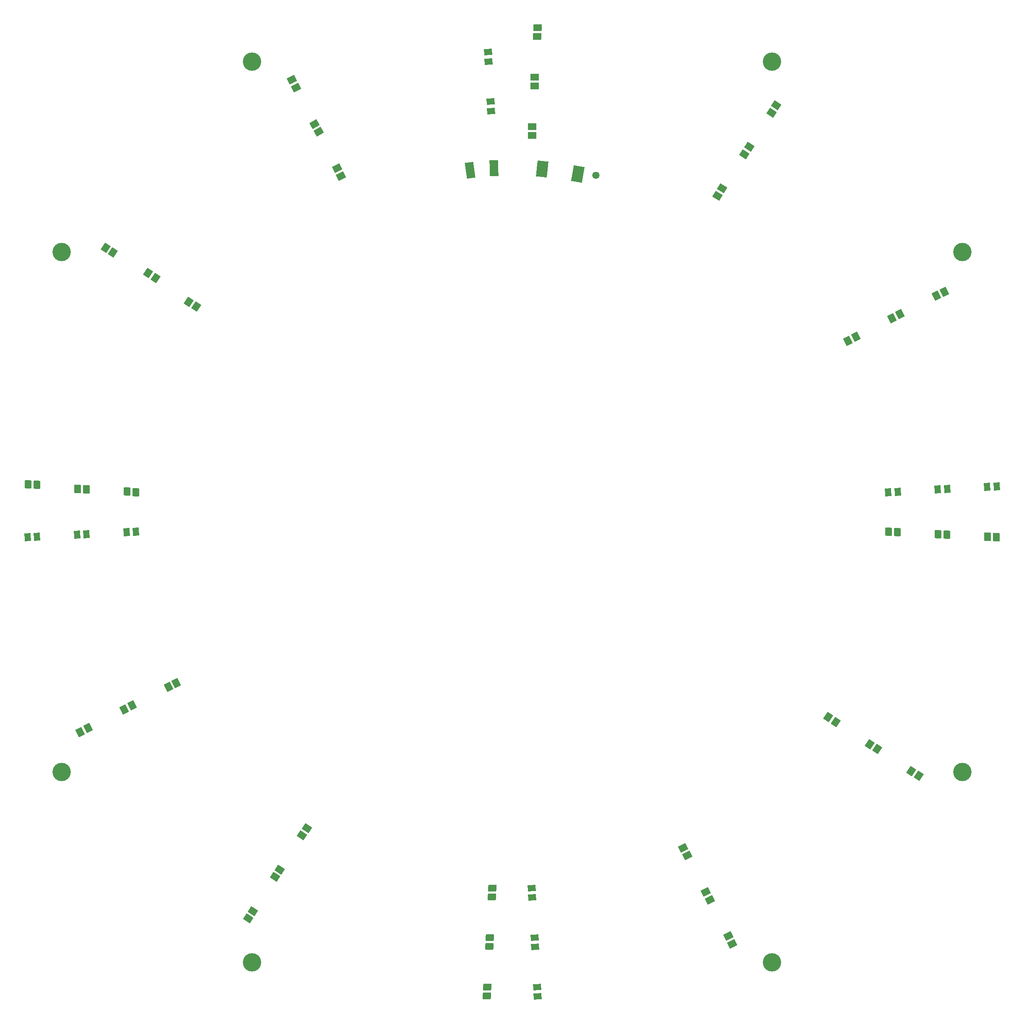
<source format=gbs>
G04 Layer_Color=16711935*
%FSLAX42Y42*%
%MOMM*%
G71*
G01*
G75*
%ADD266C,3.70*%
G04:AMPARAMS|DCode=267|XSize=1.6mm|YSize=1.25mm|CornerRadius=0mm|HoleSize=0mm|Usage=FLASHONLY|Rotation=272.678|XOffset=0mm|YOffset=0mm|HoleType=Round|Shape=Rectangle|*
%AMROTATEDRECTD267*
4,1,4,-0.66,0.77,0.59,0.83,0.66,-0.77,-0.59,-0.83,-0.66,0.77,0.0*
%
%ADD267ROTATEDRECTD267*%

G04:AMPARAMS|DCode=268|XSize=1.6mm|YSize=1.25mm|CornerRadius=0mm|HoleSize=0mm|Usage=FLASHONLY|Rotation=2.023|XOffset=0mm|YOffset=0mm|HoleType=Round|Shape=Rectangle|*
%AMROTATEDRECTD268*
4,1,4,-0.78,-0.65,-0.82,0.60,0.78,0.65,0.82,-0.60,-0.78,-0.65,0.0*
%
%ADD268ROTATEDRECTD268*%

G04:AMPARAMS|DCode=269|XSize=1.6mm|YSize=1.25mm|CornerRadius=0mm|HoleSize=0mm|Usage=FLASHONLY|Rotation=3.004|XOffset=0mm|YOffset=0mm|HoleType=Round|Shape=Rectangle|*
%AMROTATEDRECTD269*
4,1,4,-0.77,-0.67,-0.83,0.58,0.77,0.67,0.83,-0.58,-0.77,-0.67,0.0*
%
%ADD269ROTATEDRECTD269*%

G04:AMPARAMS|DCode=270|XSize=1.6mm|YSize=1.25mm|CornerRadius=0mm|HoleSize=0mm|Usage=FLASHONLY|Rotation=272.498|XOffset=0mm|YOffset=0mm|HoleType=Round|Shape=Rectangle|*
%AMROTATEDRECTD270*
4,1,4,-0.66,0.77,0.59,0.83,0.66,-0.77,-0.59,-0.83,-0.66,0.77,0.0*
%
%ADD270ROTATEDRECTD270*%

G04:AMPARAMS|DCode=271|XSize=1.6mm|YSize=1.25mm|CornerRadius=0mm|HoleSize=0mm|Usage=FLASHONLY|Rotation=1.976|XOffset=0mm|YOffset=0mm|HoleType=Round|Shape=Rectangle|*
%AMROTATEDRECTD271*
4,1,4,-0.78,-0.65,-0.82,0.60,0.78,0.65,0.82,-0.60,-0.78,-0.65,0.0*
%
%ADD271ROTATEDRECTD271*%

G04:AMPARAMS|DCode=272|XSize=1.6mm|YSize=1.25mm|CornerRadius=0mm|HoleSize=0mm|Usage=FLASHONLY|Rotation=3.000|XOffset=0mm|YOffset=0mm|HoleType=Round|Shape=Rectangle|*
%AMROTATEDRECTD272*
4,1,4,-0.77,-0.67,-0.83,0.58,0.77,0.67,0.83,-0.58,-0.77,-0.67,0.0*
%
%ADD272ROTATEDRECTD272*%

G04:AMPARAMS|DCode=273|XSize=1.6mm|YSize=1.25mm|CornerRadius=0mm|HoleSize=0mm|Usage=FLASHONLY|Rotation=273.177|XOffset=0mm|YOffset=0mm|HoleType=Round|Shape=Rectangle|*
%AMROTATEDRECTD273*
4,1,4,-0.67,0.77,0.58,0.84,0.67,-0.77,-0.58,-0.84,-0.67,0.77,0.0*
%
%ADD273ROTATEDRECTD273*%

G04:AMPARAMS|DCode=274|XSize=1.6mm|YSize=1.25mm|CornerRadius=0mm|HoleSize=0mm|Usage=FLASHONLY|Rotation=2.523|XOffset=0mm|YOffset=0mm|HoleType=Round|Shape=Rectangle|*
%AMROTATEDRECTD274*
4,1,4,-0.77,-0.66,-0.83,0.59,0.77,0.66,0.83,-0.59,-0.77,-0.66,0.0*
%
%ADD274ROTATEDRECTD274*%

G04:AMPARAMS|DCode=275|XSize=1.65mm|YSize=1.35mm|CornerRadius=0mm|HoleSize=0mm|Usage=FLASHONLY|Rotation=178.525|XOffset=0mm|YOffset=0mm|HoleType=Round|Shape=Rectangle|*
%AMROTATEDRECTD275*
4,1,4,0.84,0.66,0.81,-0.70,-0.84,-0.66,-0.81,0.70,0.84,0.66,0.0*
%
%ADD275ROTATEDRECTD275*%

G04:AMPARAMS|DCode=276|XSize=1.65mm|YSize=1.35mm|CornerRadius=0mm|HoleSize=0mm|Usage=FLASHONLY|Rotation=178.500|XOffset=0mm|YOffset=0mm|HoleType=Round|Shape=Rectangle|*
%AMROTATEDRECTD276*
4,1,4,0.84,0.65,0.81,-0.70,-0.84,-0.65,-0.81,0.70,0.84,0.65,0.0*
%
%ADD276ROTATEDRECTD276*%

G04:AMPARAMS|DCode=277|XSize=1.65mm|YSize=1.35mm|CornerRadius=0mm|HoleSize=0mm|Usage=FLASHONLY|Rotation=177.821|XOffset=0mm|YOffset=0mm|HoleType=Round|Shape=Rectangle|*
%AMROTATEDRECTD277*
4,1,4,0.85,0.64,0.80,-0.71,-0.85,-0.64,-0.80,0.71,0.85,0.64,0.0*
%
%ADD277ROTATEDRECTD277*%

G04:AMPARAMS|DCode=278|XSize=1.65mm|YSize=1.35mm|CornerRadius=0mm|HoleSize=0mm|Usage=FLASHONLY|Rotation=148.237|XOffset=0mm|YOffset=0mm|HoleType=Round|Shape=Rectangle|*
%AMROTATEDRECTD278*
4,1,4,1.06,0.14,0.35,-1.01,-1.06,-0.14,-0.35,1.01,1.06,0.14,0.0*
%
%ADD278ROTATEDRECTD278*%

G04:AMPARAMS|DCode=279|XSize=1.65mm|YSize=1.35mm|CornerRadius=0mm|HoleSize=0mm|Usage=FLASHONLY|Rotation=147.368|XOffset=0mm|YOffset=0mm|HoleType=Round|Shape=Rectangle|*
%AMROTATEDRECTD279*
4,1,4,1.06,0.12,0.33,-1.02,-1.06,-0.12,-0.33,1.02,1.06,0.12,0.0*
%
%ADD279ROTATEDRECTD279*%

G04:AMPARAMS|DCode=280|XSize=1.65mm|YSize=1.35mm|CornerRadius=0mm|HoleSize=0mm|Usage=FLASHONLY|Rotation=146.785|XOffset=0mm|YOffset=0mm|HoleType=Round|Shape=Rectangle|*
%AMROTATEDRECTD280*
4,1,4,1.06,0.11,0.32,-1.02,-1.06,-0.11,-0.32,1.02,1.06,0.11,0.0*
%
%ADD280ROTATEDRECTD280*%

G04:AMPARAMS|DCode=281|XSize=1.65mm|YSize=1.35mm|CornerRadius=0mm|HoleSize=0mm|Usage=FLASHONLY|Rotation=117.269|XOffset=0mm|YOffset=0mm|HoleType=Round|Shape=Rectangle|*
%AMROTATEDRECTD281*
4,1,4,0.98,-0.42,-0.22,-1.04,-0.98,0.42,0.22,1.04,0.98,-0.42,0.0*
%
%ADD281ROTATEDRECTD281*%

G04:AMPARAMS|DCode=282|XSize=1.65mm|YSize=1.35mm|CornerRadius=0mm|HoleSize=0mm|Usage=FLASHONLY|Rotation=117.500|XOffset=0mm|YOffset=0mm|HoleType=Round|Shape=Rectangle|*
%AMROTATEDRECTD282*
4,1,4,0.98,-0.42,-0.22,-1.05,-0.98,0.42,0.22,1.05,0.98,-0.42,0.0*
%
%ADD282ROTATEDRECTD282*%

G04:AMPARAMS|DCode=283|XSize=1.65mm|YSize=1.35mm|CornerRadius=0mm|HoleSize=0mm|Usage=FLASHONLY|Rotation=116.986|XOffset=0mm|YOffset=0mm|HoleType=Round|Shape=Rectangle|*
%AMROTATEDRECTD283*
4,1,4,0.98,-0.43,-0.23,-1.04,-0.98,0.43,0.23,1.04,0.98,-0.43,0.0*
%
%ADD283ROTATEDRECTD283*%

G04:AMPARAMS|DCode=284|XSize=1.65mm|YSize=1.35mm|CornerRadius=0mm|HoleSize=0mm|Usage=FLASHONLY|Rotation=86.739|XOffset=0mm|YOffset=0mm|HoleType=Round|Shape=Rectangle|*
%AMROTATEDRECTD284*
4,1,4,0.63,-0.86,-0.72,-0.79,-0.63,0.86,0.72,0.79,0.63,-0.86,0.0*
%
%ADD284ROTATEDRECTD284*%

G04:AMPARAMS|DCode=285|XSize=1.65mm|YSize=1.35mm|CornerRadius=0mm|HoleSize=0mm|Usage=FLASHONLY|Rotation=86.848|XOffset=0mm|YOffset=0mm|HoleType=Round|Shape=Rectangle|*
%AMROTATEDRECTD285*
4,1,4,0.63,-0.86,-0.72,-0.79,-0.63,0.86,0.72,0.79,0.63,-0.86,0.0*
%
%ADD285ROTATEDRECTD285*%

G04:AMPARAMS|DCode=286|XSize=1.65mm|YSize=1.35mm|CornerRadius=0mm|HoleSize=0mm|Usage=FLASHONLY|Rotation=87.572|XOffset=0mm|YOffset=0mm|HoleType=Round|Shape=Rectangle|*
%AMROTATEDRECTD286*
4,1,4,0.64,-0.85,-0.71,-0.80,-0.64,0.85,0.71,0.80,0.64,-0.85,0.0*
%
%ADD286ROTATEDRECTD286*%

G04:AMPARAMS|DCode=287|XSize=1.65mm|YSize=1.35mm|CornerRadius=0mm|HoleSize=0mm|Usage=FLASHONLY|Rotation=56.445|XOffset=0mm|YOffset=0mm|HoleType=Round|Shape=Rectangle|*
%AMROTATEDRECTD287*
4,1,4,0.11,-1.06,-1.02,-0.31,-0.11,1.06,1.02,0.31,0.11,-1.06,0.0*
%
%ADD287ROTATEDRECTD287*%

G04:AMPARAMS|DCode=288|XSize=1.65mm|YSize=1.35mm|CornerRadius=0mm|HoleSize=0mm|Usage=FLASHONLY|Rotation=56.992|XOffset=0mm|YOffset=0mm|HoleType=Round|Shape=Rectangle|*
%AMROTATEDRECTD288*
4,1,4,0.12,-1.06,-1.02,-0.32,-0.12,1.06,1.02,0.32,0.12,-1.06,0.0*
%
%ADD288ROTATEDRECTD288*%

G04:AMPARAMS|DCode=289|XSize=1.65mm|YSize=1.35mm|CornerRadius=0mm|HoleSize=0mm|Usage=FLASHONLY|Rotation=56.772|XOffset=0mm|YOffset=0mm|HoleType=Round|Shape=Rectangle|*
%AMROTATEDRECTD289*
4,1,4,0.11,-1.06,-1.02,-0.32,-0.11,1.06,1.02,0.32,0.11,-1.06,0.0*
%
%ADD289ROTATEDRECTD289*%

G04:AMPARAMS|DCode=290|XSize=1.65mm|YSize=1.35mm|CornerRadius=0mm|HoleSize=0mm|Usage=FLASHONLY|Rotation=27.272|XOffset=0mm|YOffset=0mm|HoleType=Round|Shape=Rectangle|*
%AMROTATEDRECTD290*
4,1,4,-0.42,-0.98,-1.04,0.22,0.42,0.98,1.04,-0.22,-0.42,-0.98,0.0*
%
%ADD290ROTATEDRECTD290*%

G04:AMPARAMS|DCode=291|XSize=1.65mm|YSize=1.35mm|CornerRadius=0mm|HoleSize=0mm|Usage=FLASHONLY|Rotation=27.304|XOffset=0mm|YOffset=0mm|HoleType=Round|Shape=Rectangle|*
%AMROTATEDRECTD291*
4,1,4,-0.42,-0.98,-1.04,0.22,0.42,0.98,1.04,-0.22,-0.42,-0.98,0.0*
%
%ADD291ROTATEDRECTD291*%

G04:AMPARAMS|DCode=292|XSize=1.65mm|YSize=1.35mm|CornerRadius=0mm|HoleSize=0mm|Usage=FLASHONLY|Rotation=26.794|XOffset=0mm|YOffset=0mm|HoleType=Round|Shape=Rectangle|*
%AMROTATEDRECTD292*
4,1,4,-0.43,-0.98,-1.04,0.23,0.43,0.98,1.04,-0.23,-0.43,-0.98,0.0*
%
%ADD292ROTATEDRECTD292*%

G04:AMPARAMS|DCode=293|XSize=1.65mm|YSize=1.35mm|CornerRadius=0mm|HoleSize=0mm|Usage=FLASHONLY|Rotation=357.220|XOffset=0mm|YOffset=0mm|HoleType=Round|Shape=Rectangle|*
%AMROTATEDRECTD293*
4,1,4,-0.86,-0.64,-0.79,0.72,0.86,0.64,0.79,-0.72,-0.86,-0.64,0.0*
%
%ADD293ROTATEDRECTD293*%

G04:AMPARAMS|DCode=294|XSize=1.65mm|YSize=1.35mm|CornerRadius=0mm|HoleSize=0mm|Usage=FLASHONLY|Rotation=357.169|XOffset=0mm|YOffset=0mm|HoleType=Round|Shape=Rectangle|*
%AMROTATEDRECTD294*
4,1,4,-0.86,-0.63,-0.79,0.72,0.86,0.63,0.79,-0.72,-0.86,-0.63,0.0*
%
%ADD294ROTATEDRECTD294*%

G04:AMPARAMS|DCode=295|XSize=1.65mm|YSize=1.35mm|CornerRadius=0mm|HoleSize=0mm|Usage=FLASHONLY|Rotation=357.386|XOffset=0mm|YOffset=0mm|HoleType=Round|Shape=Rectangle|*
%AMROTATEDRECTD295*
4,1,4,-0.86,-0.64,-0.79,0.71,0.86,0.64,0.79,-0.71,-0.86,-0.64,0.0*
%
%ADD295ROTATEDRECTD295*%

G04:AMPARAMS|DCode=296|XSize=1.65mm|YSize=1.35mm|CornerRadius=0mm|HoleSize=0mm|Usage=FLASHONLY|Rotation=326.426|XOffset=0mm|YOffset=0mm|HoleType=Round|Shape=Rectangle|*
%AMROTATEDRECTD296*
4,1,4,-1.06,-0.11,-0.31,1.02,1.06,0.11,0.31,-1.02,-1.06,-0.11,0.0*
%
%ADD296ROTATEDRECTD296*%

G04:AMPARAMS|DCode=297|XSize=1.65mm|YSize=1.35mm|CornerRadius=0mm|HoleSize=0mm|Usage=FLASHONLY|Rotation=209.832|XOffset=0mm|YOffset=0mm|HoleType=Round|Shape=Rectangle|*
%AMROTATEDRECTD297*
4,1,4,0.38,1.00,1.05,-0.18,-0.38,-1.00,-1.05,0.18,0.38,1.00,0.0*
%
%ADD297ROTATEDRECTD297*%

G04:AMPARAMS|DCode=298|XSize=3.2mm|YSize=1.7mm|CornerRadius=0mm|HoleSize=0mm|Usage=FLASHONLY|Rotation=98.000|XOffset=0mm|YOffset=0mm|HoleType=Round|Shape=Rectangle|*
%AMROTATEDRECTD298*
4,1,4,1.07,-1.47,-0.62,-1.70,-1.07,1.47,0.62,1.70,1.07,-1.47,0.0*
%
%ADD298ROTATEDRECTD298*%

G04:AMPARAMS|DCode=299|XSize=3.2mm|YSize=1.7mm|CornerRadius=0mm|HoleSize=0mm|Usage=FLASHONLY|Rotation=272.000|XOffset=0mm|YOffset=0mm|HoleType=Round|Shape=Rectangle|*
%AMROTATEDRECTD299*
4,1,4,-0.91,1.57,0.80,1.63,0.91,-1.57,-0.80,-1.63,-0.91,1.57,0.0*
%
%ADD299ROTATEDRECTD299*%

G04:AMPARAMS|DCode=300|XSize=3.2mm|YSize=2.2mm|CornerRadius=0mm|HoleSize=0mm|Usage=FLASHONLY|Rotation=84.000|XOffset=0mm|YOffset=0mm|HoleType=Round|Shape=Rectangle|*
%AMROTATEDRECTD300*
4,1,4,0.93,-1.71,-1.26,-1.48,-0.93,1.71,1.26,1.48,0.93,-1.71,0.0*
%
%ADD300ROTATEDRECTD300*%

G04:AMPARAMS|DCode=301|XSize=3.2mm|YSize=2.2mm|CornerRadius=0mm|HoleSize=0mm|Usage=FLASHONLY|Rotation=80.000|XOffset=0mm|YOffset=0mm|HoleType=Round|Shape=Rectangle|*
%AMROTATEDRECTD301*
4,1,4,0.81,-1.77,-1.36,-1.39,-0.81,1.77,1.36,1.39,0.81,-1.77,0.0*
%
%ADD301ROTATEDRECTD301*%

%ADD302C,1.47*%
D266*
X9093Y-5250D02*
D03*
X5250Y-9093D02*
D03*
X-5250D02*
D03*
X-9093Y-5250D02*
D03*
Y5250D02*
D03*
X-5250Y9093D02*
D03*
X9093Y5250D02*
D03*
X5250Y9093D02*
D03*
D267*
X-9592Y-503D02*
D03*
X-9782Y-512D02*
D03*
X9592Y503D02*
D03*
X9782Y513D02*
D03*
D268*
X504Y-9592D02*
D03*
X511Y-9782D02*
D03*
D269*
X-486Y9282D02*
D03*
X-477Y9093D02*
D03*
D270*
X-8593Y-451D02*
D03*
X-8783Y-459D02*
D03*
X8593Y451D02*
D03*
X8783Y459D02*
D03*
X7595Y399D02*
D03*
X7784Y407D02*
D03*
D271*
X452Y-8593D02*
D03*
X459Y-8783D02*
D03*
D272*
X-434Y8284D02*
D03*
X-424Y8094D02*
D03*
D273*
X-7595Y-398D02*
D03*
X-7784Y-408D02*
D03*
D274*
X399Y-7595D02*
D03*
X407Y-7784D02*
D03*
D275*
X405Y7779D02*
D03*
X401Y7599D02*
D03*
D276*
X458Y8778D02*
D03*
X453Y8598D02*
D03*
D277*
X511Y9777D02*
D03*
X504Y9597D02*
D03*
D278*
X4241Y6534D02*
D03*
X4146Y6381D02*
D03*
D279*
X4787Y7372D02*
D03*
X4690Y7221D02*
D03*
X-4787Y-7372D02*
D03*
X-4689Y-7221D02*
D03*
X-5332Y-8211D02*
D03*
X-5234Y-8060D02*
D03*
D280*
X5332Y8210D02*
D03*
X5234Y8060D02*
D03*
D281*
X6941Y3537D02*
D03*
X6781Y3454D02*
D03*
X-6941Y-3537D02*
D03*
X-6781Y-3455D02*
D03*
X-7832Y-3991D02*
D03*
X-7672Y-3909D02*
D03*
X-8723Y-4445D02*
D03*
X-8563Y-4362D02*
D03*
D282*
X7832Y3991D02*
D03*
X7672Y3908D02*
D03*
D283*
X8723Y4445D02*
D03*
X8563Y4363D02*
D03*
D284*
X7779Y-408D02*
D03*
X7600Y-398D02*
D03*
X-7779Y408D02*
D03*
X-7600Y398D02*
D03*
X-9774Y555D02*
D03*
X-9595Y545D02*
D03*
D285*
X8778Y-460D02*
D03*
X8598Y-450D02*
D03*
D286*
X9777Y-511D02*
D03*
X9597Y-504D02*
D03*
X-8778Y459D02*
D03*
X-8598Y452D02*
D03*
D287*
X6533Y-4243D02*
D03*
X6383Y-4144D02*
D03*
D288*
X7372Y-4787D02*
D03*
X7221Y-4689D02*
D03*
X-6533Y4243D02*
D03*
X-6382Y4145D02*
D03*
X-7351Y4820D02*
D03*
X-7201Y4721D02*
D03*
X-8211Y5332D02*
D03*
X-8059Y5234D02*
D03*
D289*
X8210Y-5332D02*
D03*
X8060Y-5234D02*
D03*
D290*
X3537Y-6941D02*
D03*
X3454Y-6781D02*
D03*
X-3536Y6941D02*
D03*
X-3455Y6780D02*
D03*
X-4445Y8723D02*
D03*
X-4363Y8563D02*
D03*
D291*
X3991Y-7832D02*
D03*
X3908Y-7672D02*
D03*
D292*
X4444Y-8723D02*
D03*
X4363Y-8562D02*
D03*
D293*
X-407Y-7779D02*
D03*
X-399Y-7600D02*
D03*
D294*
X-460Y-8778D02*
D03*
X-451Y-8598D02*
D03*
D295*
X-512Y-9777D02*
D03*
X-504Y-9597D02*
D03*
D296*
X-4243Y-6533D02*
D03*
X-4144Y-6383D02*
D03*
D297*
X-3994Y7830D02*
D03*
X-3905Y7674D02*
D03*
D298*
X-847Y6898D02*
D03*
D299*
X-364Y6940D02*
D03*
D300*
X606Y6924D02*
D03*
D301*
X1326Y6822D02*
D03*
D302*
X1693Y6792D02*
D03*
M02*

</source>
